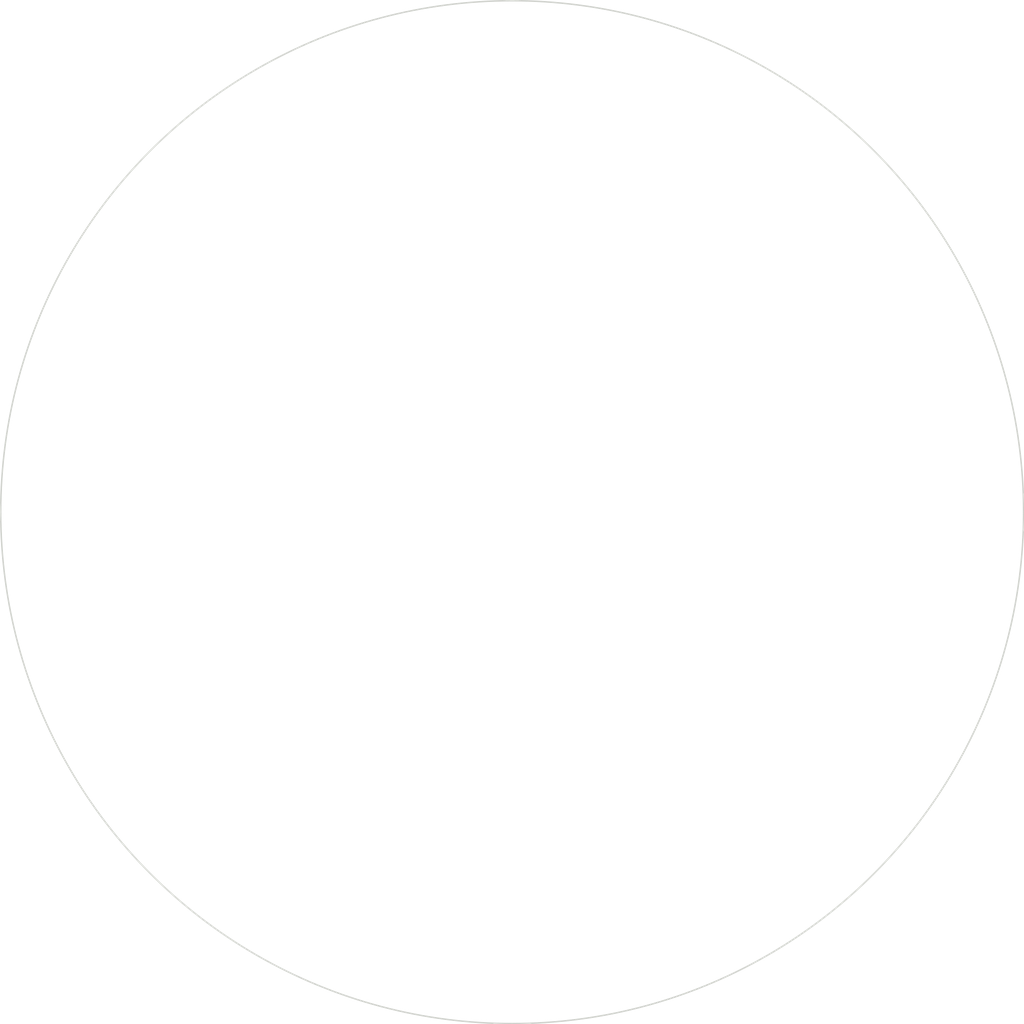
<source format=kicad_pcb>
(kicad_pcb (version 20211014) (generator pcbnew)

  (general
    (thickness 1.6)
  )

  (paper "A4")
  (layers
    (0 "F.Cu" signal)
    (31 "B.Cu" signal)
    (32 "B.Adhes" user "B.Adhesive")
    (33 "F.Adhes" user "F.Adhesive")
    (34 "B.Paste" user)
    (35 "F.Paste" user)
    (36 "B.SilkS" user "B.Silkscreen")
    (37 "F.SilkS" user "F.Silkscreen")
    (38 "B.Mask" user)
    (39 "F.Mask" user)
    (40 "Dwgs.User" user "User.Drawings")
    (41 "Cmts.User" user "User.Comments")
    (42 "Eco1.User" user "User.Eco1")
    (43 "Eco2.User" user "User.Eco2")
    (44 "Edge.Cuts" user)
    (45 "Margin" user)
    (46 "B.CrtYd" user "B.Courtyard")
    (47 "F.CrtYd" user "F.Courtyard")
    (48 "B.Fab" user)
    (49 "F.Fab" user)
    (50 "User.1" user)
    (51 "User.2" user)
    (52 "User.3" user)
    (53 "User.4" user)
    (54 "User.5" user)
    (55 "User.6" user)
    (56 "User.7" user)
    (57 "User.8" user)
    (58 "User.9" user)
  )

  (setup
    (pad_to_mask_clearance 0)
    (pcbplotparams
      (layerselection 0x00010fc_ffffffff)
      (disableapertmacros false)
      (usegerberextensions false)
      (usegerberattributes true)
      (usegerberadvancedattributes true)
      (creategerberjobfile true)
      (svguseinch false)
      (svgprecision 6)
      (excludeedgelayer true)
      (plotframeref false)
      (viasonmask false)
      (mode 1)
      (useauxorigin false)
      (hpglpennumber 1)
      (hpglpenspeed 20)
      (hpglpendiameter 15.000000)
      (dxfpolygonmode true)
      (dxfimperialunits true)
      (dxfusepcbnewfont true)
      (psnegative false)
      (psa4output false)
      (plotreference true)
      (plotvalue true)
      (plotinvisibletext false)
      (sketchpadsonfab false)
      (subtractmaskfromsilk false)
      (outputformat 1)
      (mirror false)
      (drillshape 1)
      (scaleselection 1)
      (outputdirectory "")
    )
  )

  (net 0 "")

  (gr_circle (center 150 100) (end 185 100) (layer "Edge.Cuts") (width 0.1) (fill none) (tstamp 03d88a85-11fd-47aa-954c-c318bb15294a))

)

</source>
